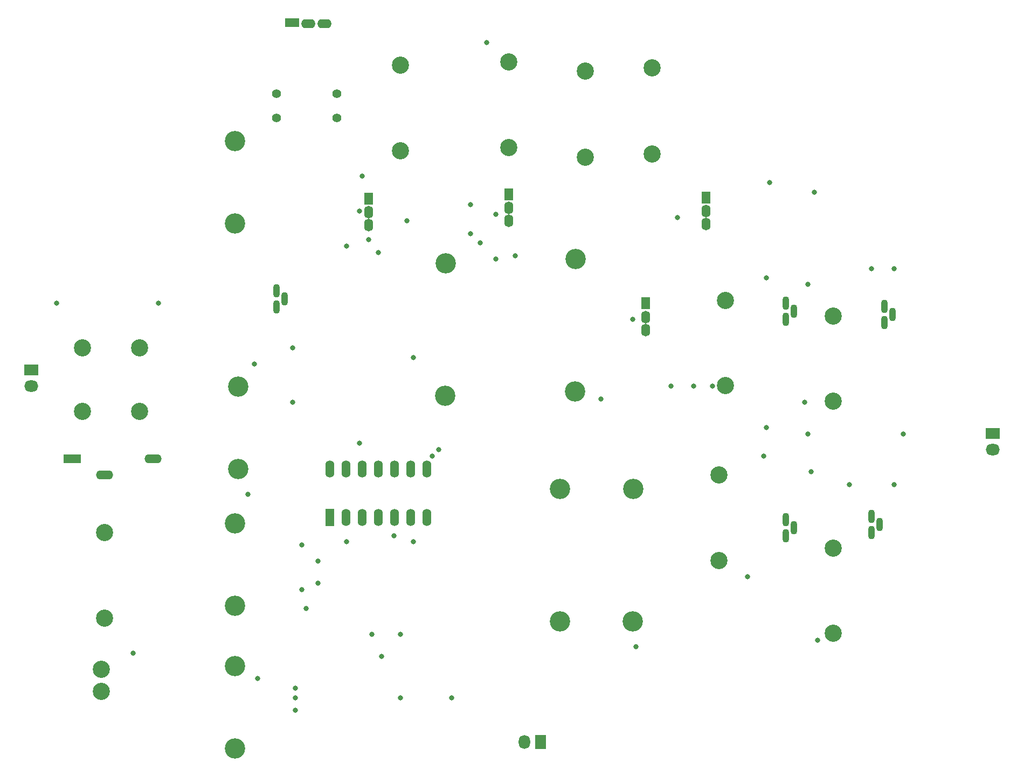
<source format=gbs>
G04*
G04 #@! TF.GenerationSoftware,Altium Limited,Altium Designer,20.0.13 (296)*
G04*
G04 Layer_Color=16711935*
%FSLAX25Y25*%
%MOIN*%
G70*
G01*
G75*
%ADD21O,0.05524X0.07800*%
%ADD22R,0.05524X0.07800*%
%ADD23O,0.08674X0.07099*%
%ADD24R,0.08674X0.07099*%
%ADD25O,0.07099X0.08674*%
%ADD26R,0.07099X0.08674*%
%ADD27R,0.08800X0.05524*%
%ADD28O,0.08800X0.05524*%
%ADD29C,0.10642*%
%ADD30C,0.05524*%
%ADD31O,0.05524X0.10642*%
%ADD32R,0.05524X0.10642*%
%ADD33O,0.10642X0.05524*%
%ADD34R,0.10642X0.05524*%
%ADD35O,0.04300X0.08300*%
%ADD36C,0.12611*%
%ADD37C,0.03162*%
D21*
X444882Y354205D02*
D03*
Y362205D02*
D03*
X236221Y353579D02*
D03*
Y361579D02*
D03*
X407480Y288618D02*
D03*
Y296618D02*
D03*
X322835Y356173D02*
D03*
Y364173D02*
D03*
D22*
X444882Y370705D02*
D03*
X236221Y370079D02*
D03*
X407480Y305118D02*
D03*
X322835Y372673D02*
D03*
D23*
X27559Y253937D02*
D03*
X622047Y214567D02*
D03*
D24*
X27559Y263937D02*
D03*
X622047Y224567D02*
D03*
D25*
X332520Y33465D02*
D03*
D26*
X342520D02*
D03*
D27*
X188819Y478847D02*
D03*
D28*
X198819Y478346D02*
D03*
X208819D02*
D03*
D29*
X94488Y277559D02*
D03*
Y238189D02*
D03*
X59055D02*
D03*
Y277559D02*
D03*
X70866Y78461D02*
D03*
Y64961D02*
D03*
X456693Y254331D02*
D03*
Y307087D02*
D03*
X523622Y244488D02*
D03*
Y297244D02*
D03*
X452756Y146063D02*
D03*
Y198819D02*
D03*
X523622Y100787D02*
D03*
Y153543D02*
D03*
X411417Y397638D02*
D03*
Y450787D02*
D03*
X255906Y399606D02*
D03*
Y452756D02*
D03*
X370079Y395669D02*
D03*
Y448819D02*
D03*
X322835Y401575D02*
D03*
Y454724D02*
D03*
X72835Y110236D02*
D03*
Y163386D02*
D03*
D30*
X179134Y435039D02*
D03*
Y420039D02*
D03*
X216535Y435039D02*
D03*
Y420039D02*
D03*
D31*
X272126Y202756D02*
D03*
X262126D02*
D03*
X252126D02*
D03*
X242126D02*
D03*
X232126D02*
D03*
X222126D02*
D03*
X212126D02*
D03*
X272126Y172756D02*
D03*
X262126D02*
D03*
X252126D02*
D03*
X242126D02*
D03*
X232126D02*
D03*
X222126D02*
D03*
D32*
X212126D02*
D03*
D33*
X102835Y208819D02*
D03*
X72835Y198819D02*
D03*
D34*
X52835Y208819D02*
D03*
D35*
X494095Y295118D02*
D03*
X499094Y300118D02*
D03*
X494095Y305118D02*
D03*
X555118Y293307D02*
D03*
X560118Y298307D02*
D03*
X555118Y303307D02*
D03*
X179134Y302992D02*
D03*
X184134Y307992D02*
D03*
X179134Y312992D02*
D03*
X494095Y161260D02*
D03*
X499094Y166260D02*
D03*
X494095Y171260D02*
D03*
X547244Y163228D02*
D03*
X552244Y168228D02*
D03*
X547244Y173228D02*
D03*
D36*
X153543Y405512D02*
D03*
Y354512D02*
D03*
X155512Y253756D02*
D03*
Y202756D02*
D03*
X153543Y169110D02*
D03*
Y118110D02*
D03*
Y80709D02*
D03*
Y29709D02*
D03*
X399806Y190268D02*
D03*
X399606Y108268D02*
D03*
X283465Y248031D02*
D03*
X283665Y330031D02*
D03*
X364173Y332677D02*
D03*
X363973Y250677D02*
D03*
X354531Y190268D02*
D03*
X354331Y108268D02*
D03*
D37*
X232283Y383858D02*
D03*
X305118Y342520D02*
D03*
X326772Y334646D02*
D03*
X379921Y246063D02*
D03*
X423228Y253937D02*
D03*
X437008D02*
D03*
X448819D02*
D03*
X314961Y360236D02*
D03*
Y332677D02*
D03*
X511811Y374016D02*
D03*
X484252Y379921D02*
D03*
X399606Y295276D02*
D03*
X427165Y358268D02*
D03*
X401575Y92520D02*
D03*
X299213Y366142D02*
D03*
Y348425D02*
D03*
X230315Y362205D02*
D03*
X242126Y336614D02*
D03*
X259842Y356299D02*
D03*
X309055Y466535D02*
D03*
X287402Y61024D02*
D03*
X561024Y326772D02*
D03*
X547244D02*
D03*
X561024Y192913D02*
D03*
X533465D02*
D03*
X513779Y96457D02*
D03*
X509842Y200787D02*
D03*
X482283Y228346D02*
D03*
X470472Y135827D02*
D03*
X505905Y244094D02*
D03*
X480315Y210630D02*
D03*
X507874Y316929D02*
D03*
X482283Y320866D02*
D03*
X507874Y224409D02*
D03*
X566929D02*
D03*
X222441Y340551D02*
D03*
X236221Y344488D02*
D03*
X275590Y210630D02*
D03*
X279528Y214567D02*
D03*
X251969Y161417D02*
D03*
X244094Y86614D02*
D03*
X255906Y61024D02*
D03*
X263779Y157480D02*
D03*
Y271654D02*
D03*
X188976Y277559D02*
D03*
X230315Y218504D02*
D03*
X194882Y155512D02*
D03*
X204724Y145669D02*
D03*
Y131890D02*
D03*
X190945Y53150D02*
D03*
Y61024D02*
D03*
X222441Y157480D02*
D03*
X194882Y127953D02*
D03*
X197441Y116142D02*
D03*
X161417Y187008D02*
D03*
X167323Y72835D02*
D03*
X90551Y88583D02*
D03*
X190945Y66929D02*
D03*
X238189Y100394D02*
D03*
X255906D02*
D03*
X165354Y267717D02*
D03*
X188976Y244094D02*
D03*
X43307Y305118D02*
D03*
X106299D02*
D03*
M02*

</source>
